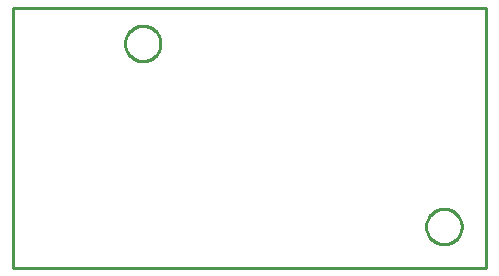
<source format=gbr>
G04 EAGLE Gerber RS-274X export*
G75*
%MOMM*%
%FSLAX34Y34*%
%LPD*%
%IN*%
%IPPOS*%
%AMOC8*
5,1,8,0,0,1.08239X$1,22.5*%
G01*
%ADD10C,0.254000*%


D10*
X0Y0D02*
X400000Y0D01*
X400000Y220000D01*
X0Y220000D01*
X0Y0D01*
X124520Y189464D02*
X124444Y188396D01*
X124291Y187335D01*
X124063Y186288D01*
X123761Y185260D01*
X123387Y184256D01*
X122942Y183281D01*
X122428Y182341D01*
X121849Y181440D01*
X121207Y180582D01*
X120505Y179772D01*
X119748Y179015D01*
X118938Y178313D01*
X118080Y177671D01*
X117179Y177092D01*
X116239Y176578D01*
X115264Y176133D01*
X114260Y175759D01*
X113232Y175457D01*
X112185Y175229D01*
X111124Y175076D01*
X110056Y175000D01*
X108984Y175000D01*
X107916Y175076D01*
X106855Y175229D01*
X105808Y175457D01*
X104780Y175759D01*
X103776Y176133D01*
X102801Y176578D01*
X101861Y177092D01*
X100960Y177671D01*
X100102Y178313D01*
X99292Y179015D01*
X98535Y179772D01*
X97833Y180582D01*
X97191Y181440D01*
X96612Y182341D01*
X96098Y183281D01*
X95653Y184256D01*
X95279Y185260D01*
X94977Y186288D01*
X94749Y187335D01*
X94596Y188396D01*
X94520Y189464D01*
X94520Y190536D01*
X94596Y191604D01*
X94749Y192665D01*
X94977Y193712D01*
X95279Y194740D01*
X95653Y195744D01*
X96098Y196719D01*
X96612Y197659D01*
X97191Y198560D01*
X97833Y199418D01*
X98535Y200228D01*
X99292Y200985D01*
X100102Y201687D01*
X100960Y202329D01*
X101861Y202908D01*
X102801Y203422D01*
X103776Y203867D01*
X104780Y204241D01*
X105808Y204543D01*
X106855Y204771D01*
X107916Y204924D01*
X108984Y205000D01*
X110056Y205000D01*
X111124Y204924D01*
X112185Y204771D01*
X113232Y204543D01*
X114260Y204241D01*
X115264Y203867D01*
X116239Y203422D01*
X117179Y202908D01*
X118080Y202329D01*
X118938Y201687D01*
X119748Y200985D01*
X120505Y200228D01*
X121207Y199418D01*
X121849Y198560D01*
X122428Y197659D01*
X122942Y196719D01*
X123387Y195744D01*
X123761Y194740D01*
X124063Y193712D01*
X124291Y192665D01*
X124444Y191604D01*
X124520Y190536D01*
X124520Y189464D01*
X379520Y34464D02*
X379444Y33396D01*
X379291Y32335D01*
X379063Y31288D01*
X378761Y30260D01*
X378387Y29256D01*
X377942Y28281D01*
X377428Y27341D01*
X376849Y26440D01*
X376207Y25582D01*
X375505Y24772D01*
X374748Y24015D01*
X373938Y23313D01*
X373080Y22671D01*
X372179Y22092D01*
X371239Y21578D01*
X370264Y21133D01*
X369260Y20759D01*
X368232Y20457D01*
X367185Y20229D01*
X366124Y20076D01*
X365056Y20000D01*
X363984Y20000D01*
X362916Y20076D01*
X361855Y20229D01*
X360808Y20457D01*
X359780Y20759D01*
X358776Y21133D01*
X357801Y21578D01*
X356861Y22092D01*
X355960Y22671D01*
X355102Y23313D01*
X354292Y24015D01*
X353535Y24772D01*
X352833Y25582D01*
X352191Y26440D01*
X351612Y27341D01*
X351098Y28281D01*
X350653Y29256D01*
X350279Y30260D01*
X349977Y31288D01*
X349749Y32335D01*
X349596Y33396D01*
X349520Y34464D01*
X349520Y35536D01*
X349596Y36604D01*
X349749Y37665D01*
X349977Y38712D01*
X350279Y39740D01*
X350653Y40744D01*
X351098Y41719D01*
X351612Y42659D01*
X352191Y43560D01*
X352833Y44418D01*
X353535Y45228D01*
X354292Y45985D01*
X355102Y46687D01*
X355960Y47329D01*
X356861Y47908D01*
X357801Y48422D01*
X358776Y48867D01*
X359780Y49241D01*
X360808Y49543D01*
X361855Y49771D01*
X362916Y49924D01*
X363984Y50000D01*
X365056Y50000D01*
X366124Y49924D01*
X367185Y49771D01*
X368232Y49543D01*
X369260Y49241D01*
X370264Y48867D01*
X371239Y48422D01*
X372179Y47908D01*
X373080Y47329D01*
X373938Y46687D01*
X374748Y45985D01*
X375505Y45228D01*
X376207Y44418D01*
X376849Y43560D01*
X377428Y42659D01*
X377942Y41719D01*
X378387Y40744D01*
X378761Y39740D01*
X379063Y38712D01*
X379291Y37665D01*
X379444Y36604D01*
X379520Y35536D01*
X379520Y34464D01*
M02*

</source>
